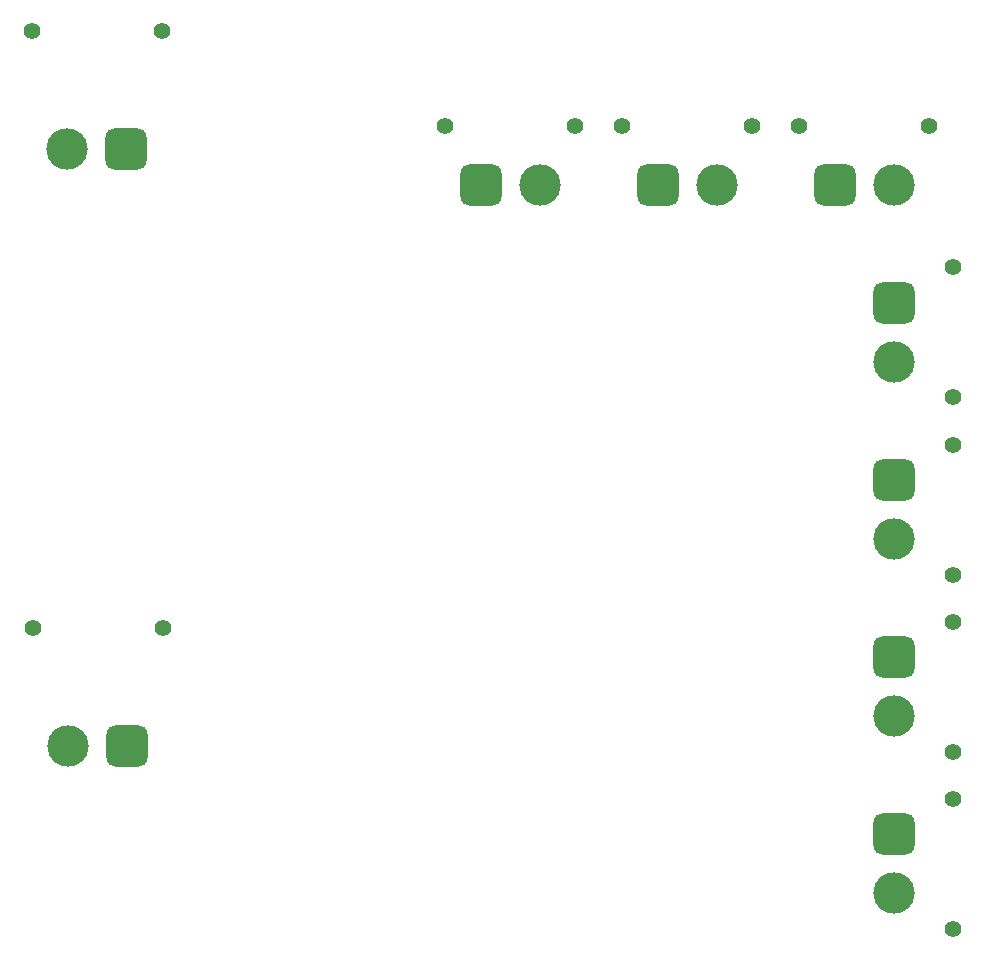
<source format=gbr>
%TF.GenerationSoftware,KiCad,Pcbnew,8.0.8-8.0.8-0~ubuntu24.04.1*%
%TF.CreationDate,2025-02-07T22:56:00+09:00*%
%TF.ProjectId,PowerDivider,506f7765-7244-4697-9669-6465722e6b69,rev?*%
%TF.SameCoordinates,Original*%
%TF.FileFunction,Soldermask,Top*%
%TF.FilePolarity,Negative*%
%FSLAX46Y46*%
G04 Gerber Fmt 4.6, Leading zero omitted, Abs format (unit mm)*
G04 Created by KiCad (PCBNEW 8.0.8-8.0.8-0~ubuntu24.04.1) date 2025-02-07 22:56:00*
%MOMM*%
%LPD*%
G01*
G04 APERTURE LIST*
G04 Aperture macros list*
%AMRoundRect*
0 Rectangle with rounded corners*
0 $1 Rounding radius*
0 $2 $3 $4 $5 $6 $7 $8 $9 X,Y pos of 4 corners*
0 Add a 4 corners polygon primitive as box body*
4,1,4,$2,$3,$4,$5,$6,$7,$8,$9,$2,$3,0*
0 Add four circle primitives for the rounded corners*
1,1,$1+$1,$2,$3*
1,1,$1+$1,$4,$5*
1,1,$1+$1,$6,$7*
1,1,$1+$1,$8,$9*
0 Add four rect primitives between the rounded corners*
20,1,$1+$1,$2,$3,$4,$5,0*
20,1,$1+$1,$4,$5,$6,$7,0*
20,1,$1+$1,$6,$7,$8,$9,0*
20,1,$1+$1,$8,$9,$2,$3,0*%
G04 Aperture macros list end*
%ADD10C,1.400000*%
%ADD11RoundRect,0.770000X-0.980000X-0.980000X0.980000X-0.980000X0.980000X0.980000X-0.980000X0.980000X0*%
%ADD12C,3.500000*%
%ADD13RoundRect,0.770000X-0.980000X0.980000X-0.980000X-0.980000X0.980000X-0.980000X0.980000X0.980000X0*%
G04 APERTURE END LIST*
D10*
%TO.C,J3*%
X162000000Y-65000000D03*
X173000000Y-65000000D03*
D11*
X165000000Y-70000000D03*
D12*
X170000000Y-70000000D03*
%TD*%
D10*
%TO.C,J2*%
X147000000Y-65000000D03*
X158000000Y-65000000D03*
D11*
X150000000Y-70000000D03*
D12*
X155000000Y-70000000D03*
%TD*%
D10*
%TO.C,J9*%
X112100000Y-107525000D03*
X123100000Y-107525000D03*
D11*
X120100000Y-117525000D03*
D12*
X115100000Y-117525000D03*
%TD*%
D10*
%TO.C,J7*%
X190000000Y-107000000D03*
X190000000Y-118000000D03*
D13*
X185000000Y-110000000D03*
D12*
X185000000Y-115000000D03*
%TD*%
D10*
%TO.C,J1*%
X112000000Y-57000000D03*
X123000000Y-57000000D03*
D11*
X120000000Y-67000000D03*
D12*
X115000000Y-67000000D03*
%TD*%
D10*
%TO.C,J8*%
X190000000Y-122000000D03*
X190000000Y-133000000D03*
D13*
X185000000Y-125000000D03*
D12*
X185000000Y-130000000D03*
%TD*%
D10*
%TO.C,J4*%
X177000000Y-65000000D03*
X188000000Y-65000000D03*
D11*
X180000000Y-70000000D03*
D12*
X185000000Y-70000000D03*
%TD*%
D10*
%TO.C,J5*%
X190000000Y-77000000D03*
X190000000Y-88000000D03*
D13*
X185000000Y-80000000D03*
D12*
X185000000Y-85000000D03*
%TD*%
D10*
%TO.C,J6*%
X190000000Y-92000000D03*
X190000000Y-103000000D03*
D13*
X185000000Y-95000000D03*
D12*
X185000000Y-100000000D03*
%TD*%
M02*

</source>
